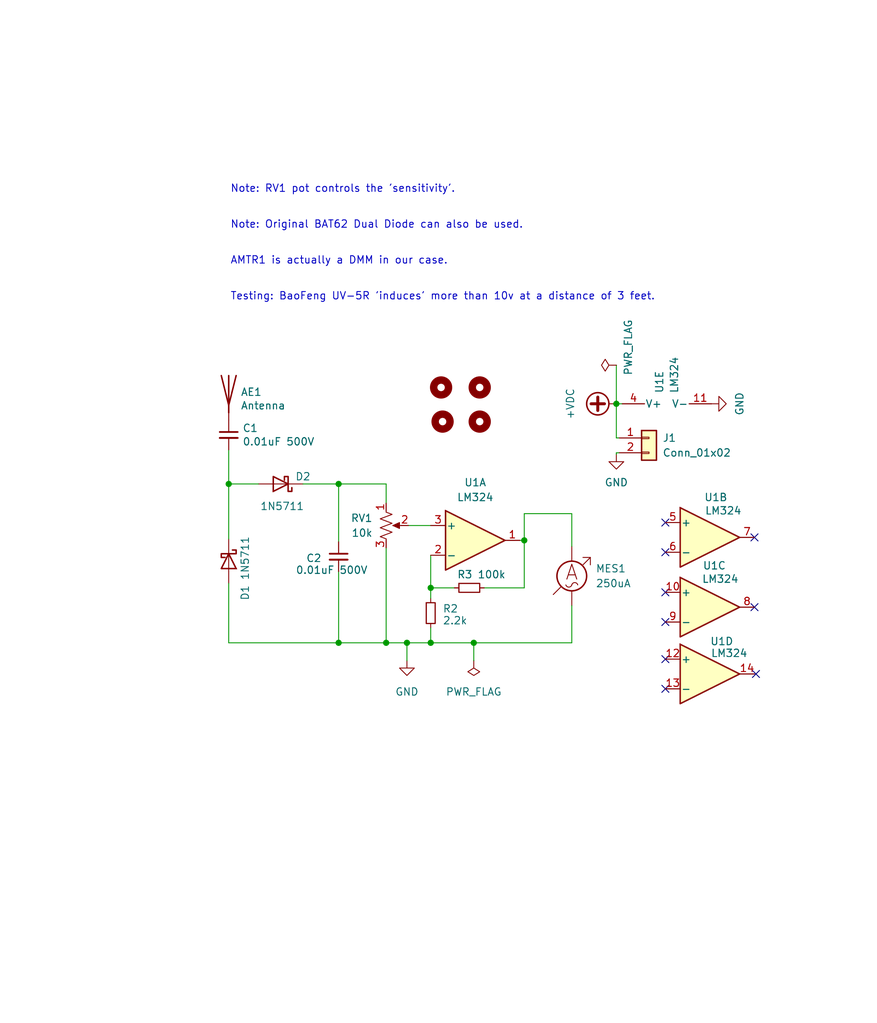
<source format=kicad_sch>
(kicad_sch (version 20211123) (generator eeschema)
  (paper "User" 150.012 175.006)
  (title_block (date "2022-01-01"))
  (lib_symbols
    (symbol "Amplifier_Operational:LM324" (pin_names (offset 0.127))
      (property "Reference" "U" (at 0 5.08 0))
      (property "Value" "LM324" (at 0 -5.08 0))
      (symbol "LM324_1_1"
        (polyline (pts (xy -5.08 5.08) (xy 5.08 0) (xy -5.08 -5.08) (xy -5.08 5.08)) (stroke (width 0.254)) (fill (type background)))
        (pin output line (at 7.62 0 180) (length 2.54) (name "~") (number "1"))
        (pin input line (at -7.62 -2.54 0) (length 2.54) (name "-") (number "2"))
        (pin input line (at -7.62 2.54 0) (length 2.54) (name "+") (number "3"))
      )
      (symbol "LM324_2_1"
        (polyline (pts (xy -5.08 5.08) (xy 5.08 0) (xy -5.08 -5.08) (xy -5.08 5.08)) (stroke (width 0.254)) (fill (type background)))
        (pin input line (at -7.62 2.54 0) (length 2.54) (name "+") (number "5"))
        (pin input line (at -7.62 -2.54 0) (length 2.54) (name "-") (number "6"))
        (pin output line (at 7.62 0 180) (length 2.54) (name "~") (number "7"))
      )
      (symbol "LM324_3_1"
        (polyline (pts (xy -5.08 5.08) (xy 5.08 0) (xy -5.08 -5.08) (xy -5.08 5.08)) (stroke (width 0.254)) (fill (type background)))
        (pin input line (at -7.62 2.54 0) (length 2.54) (name "+") (number "10"))
        (pin output line (at 7.62 0 180) (length 2.54) (name "~") (number "8"))
        (pin input line (at -7.62 -2.54 0) (length 2.54) (name "-") (number "9"))
      )
      (symbol "LM324_4_1"
        (polyline (pts (xy -5.08 5.08) (xy 5.08 0) (xy -5.08 -5.08) (xy -5.08 5.08)) (stroke (width 0.254)) (fill (type background)))
        (pin input line (at -7.62 2.54 0) (length 2.54) (name "+") (number "12"))
        (pin input line (at -7.62 -2.54 0) (length 2.54) (name "-") (number "13"))
        (pin output line (at 7.62 0 180) (length 2.54) (name "~") (number "14"))
      )
      (symbol "LM324_5_1"
        (pin power_in line (at -2.54 -7.62 90) (length 3.81) (name "V-") (number "11"))
        (pin power_in line (at -2.54 7.62 270) (length 3.81) (name "V+") (number "4"))
      )
    )
    (symbol "Connector_Generic:Conn_01x02" (pin_names (offset 1.016) hide)
      (property "Reference" "J" (at 0 2.54 0))
      (property "Value" "Conn_01x02" (at 0 -5.08 0))
      (symbol "Conn_01x02_1_1"
        (rectangle (start -1.27 -2.413) (end 0 -2.667) (stroke (width 0.1524)))
        (rectangle (start -1.27 0.127) (end 0 -0.127) (stroke (width 0.1524)))
        (rectangle (start -1.27 1.27) (end 1.27 -3.81) (stroke (width 0.254)) (fill (type background)))
        (pin passive line (at -5.08 0 0) (length 3.81) (name "Pin_1") (number "1"))
        (pin passive line (at -5.08 -2.54 0) (length 3.81) (name "Pin_2") (number "2"))
      )
    )
    (symbol "Device:Ammeter_AC" (pin_numbers hide) (pin_names (offset 0.0254) hide)
      (property "Reference" "MES" (at -3.302 1.016 0))
      (property "Value" "Ammeter_AC" (at -3.302 -0.762 0))
      (symbol "Ammeter_AC_0_0"
        (polyline (pts (xy -3.175 -3.175) (xy -1.905 -1.905)))
        (polyline (pts (xy 1.905 1.905) (xy 3.175 3.175)))
        (polyline (pts (xy 1.905 3.175) (xy 3.175 3.175) (xy 3.175 1.905)))
        (text "A" (at 0 0.635 0) (effects (font (size 2.54 2.54))))
      )
      (symbol "Ammeter_AC_0_1"
        (arc (start -1.016 -1.524) (mid -0.508 -1.902) (end 0 -1.524))
        (circle (center 0 0) (radius 2.54) (stroke (width 0.254)))
        (arc (start 1.016 -1.524) (mid 0.508 -1.1274) (end 0 -1.524))
      )
      (symbol "Ammeter_AC_1_1"
        (pin passive line (at 0 -5.08 90) (length 2.54) (name "~") (number "1"))
        (pin passive line (at 0 5.08 270) (length 2.54) (name "~") (number "2"))
      )
    )
    (symbol "Device:Antenna" (pin_numbers hide) (pin_names (offset 1.016) hide)
      (property "Reference" "AE" (at -1.905 1.905 0))
      (property "Value" "Antenna" (at -1.905 0 0))
      (symbol "Antenna_0_1"
        (polyline (pts (xy 0 2.54) (xy 0 -3.81)) (stroke (width 0.254)))
        (polyline (pts (xy 1.27 2.54) (xy 0 -2.54) (xy -1.27 2.54)) (stroke (width 0.254)))
      )
      (symbol "Antenna_1_1"
        (pin input line (at 0 -5.08 90) (length 2.54) (name "A") (number "1"))
      )
    )
    (symbol "Device:C_Small" (pin_numbers hide) (pin_names (offset 0.254) hide)
      (property "Reference" "C" (at 0.254 1.778 0))
      (property "Value" "C_Small" (at 0.254 -2.032 0))
      (symbol "C_Small_0_1"
        (polyline (pts (xy -1.524 -0.508) (xy 1.524 -0.508)) (stroke (width 0.3302)))
        (polyline (pts (xy -1.524 0.508) (xy 1.524 0.508)) (stroke (width 0.3048)))
      )
      (symbol "C_Small_1_1"
        (pin passive line (at 0 2.54 270) (length 2.032) (name "~") (number "1"))
        (pin passive line (at 0 -2.54 90) (length 2.032) (name "~") (number "2"))
      )
    )
    (symbol "Device:R_Potentiometer_US" (pin_names (offset 1.016) hide)
      (property "Reference" "RV" (at -4.445 0 90))
      (property "Value" "R_Potentiometer_US" (at -2.54 0 90))
      (symbol "R_Potentiometer_US_0_1"
        (polyline (pts (xy 0 -2.286) (xy 0 -2.54)))
        (polyline (pts (xy 0 2.54) (xy 0 2.286)))
        (polyline (pts (xy 2.54 0) (xy 1.524 0)))
        (polyline (pts (xy 1.143 0) (xy 2.286 0.508) (xy 2.286 -0.508) (xy 1.143 0)) (fill (type outline)))
        (polyline (pts (xy 0 -0.762) (xy 1.016 -1.143) (xy 0 -1.524) (xy -1.016 -1.905) (xy 0 -2.286)))
        (polyline (pts (xy 0 0.762) (xy 1.016 0.381) (xy 0 0) (xy -1.016 -0.381) (xy 0 -0.762)))
        (polyline (pts (xy 0 2.286) (xy 1.016 1.905) (xy 0 1.524) (xy -1.016 1.143) (xy 0 0.762)))
      )
      (symbol "R_Potentiometer_US_1_1"
        (pin passive line (at 0 3.81 270) (length 1.27) (name "1") (number "1"))
        (pin passive line (at 3.81 0 180) (length 1.27) (name "2") (number "2"))
        (pin passive line (at 0 -3.81 90) (length 1.27) (name "3") (number "3"))
      )
    )
    (symbol "Device:R_Small" (pin_numbers hide) (pin_names (offset 0.254) hide)
      (property "Reference" "R" (at 0.762 0.508 0))
      (property "Value" "R_Small" (at 0.762 -1.016 0))
      (symbol "R_Small_0_1"
        (rectangle (start -0.762 1.778) (end 0.762 -1.778) (stroke (width 0.2032)))
      )
      (symbol "R_Small_1_1"
        (pin passive line (at 0 2.54 270) (length 0.762) (name "~") (number "1"))
        (pin passive line (at 0 -2.54 90) (length 0.762) (name "~") (number "2"))
      )
    )
    (symbol "Diode:1N5711" (pin_numbers hide) (pin_names (offset 1.016) hide)
      (property "Reference" "D" (at 0 2.54 0))
      (property "Value" "1N5711" (at 0 -2.54 0))
      (symbol "1N5711_0_1"
        (polyline (pts (xy 1.27 0) (xy -1.27 0)))
        (polyline (pts (xy 1.27 1.27) (xy 1.27 -1.27) (xy -1.27 0) (xy 1.27 1.27)) (stroke (width 0.254)))
        (polyline (pts (xy -1.905 0.635) (xy -1.905 1.27) (xy -1.27 1.27) (xy -1.27 -1.27) (xy -0.635 -1.27) (xy -0.635 -0.635)) (stroke (width 0.254)))
      )
      (symbol "1N5711_1_1"
        (pin passive line (at -3.81 0 0) (length 2.54) (name "K") (number "1"))
        (pin passive line (at 3.81 0 180) (length 2.54) (name "A") (number "2"))
      )
    )
    (symbol "Mechanical:MountingHole" (pin_names (offset 1.016))
      (property "Reference" "H" (at 0 5.08 0))
      (property "Value" "MountingHole" (at 0 3.175 0))
      (symbol "MountingHole_0_1"
        (circle (center 0 0) (radius 1.27) (stroke (width 1.27)))
      )
    )
    (symbol "power:+VDC" (power) (pin_names (offset 0))
      (property "Value" "+VDC" (at 0 6.35 0))
      (symbol "+VDC_0_1"
        (polyline (pts (xy -1.143 3.175) (xy 1.143 3.175)) (stroke (width 0.508)))
        (polyline (pts (xy 0 0) (xy 0 1.27)))
        (polyline (pts (xy 0 2.032) (xy 0 4.318)) (stroke (width 0.508)))
        (circle (center 0 3.175) (radius 1.905) (stroke (width 0.254)))
      )
      (symbol "+VDC_1_1"
        (pin power_in line (at 0 0 90) (length 0) hide (name "+VDC") (number "1"))
      )
    )
    (symbol "power:GND" (power) (pin_names (offset 0))
      (property "Value" "GND" (at 0 -3.81 0))
      (symbol "GND_0_1"
        (polyline (pts (xy 0 0) (xy 0 -1.27) (xy 1.27 -1.27) (xy 0 -2.54) (xy -1.27 -1.27) (xy 0 -1.27)))
      )
      (symbol "GND_1_1"
        (pin power_in line (at 0 0 270) (length 0) hide (name "GND") (number "1"))
      )
    )
    (symbol "power:PWR_FLAG" (power) (pin_numbers hide) (pin_names (offset 0) hide)
      (property "Value" "PWR_FLAG" (at 0 3.81 0))
      (symbol "PWR_FLAG_0_0"
        (pin power_out line (at 0 0 90) (length 0) (name "pwr") (number "1"))
      )
      (symbol "PWR_FLAG_0_1"
        (polyline (pts (xy 0 0) (xy 0 1.27) (xy -1.016 1.905) (xy 0 2.54) (xy 1.016 1.905) (xy 0 1.27)))
      )
    )
  )
  (junction (at 105.41 69.088))
  (junction (at 57.912 109.982))
  (junction (at 57.912 82.804))
  (junction (at 81.026 109.982))
  (junction (at 73.66 109.982))
  (junction (at 69.596 109.982))
  (junction (at 89.662 92.456))
  (junction (at 66.04 109.982))
  (junction (at 73.66 100.584))
  (junction (at 39.116 82.804))
  (no_connect (at 129.286 115.316))
  (no_connect (at 113.792 106.426))
  (no_connect (at 113.792 112.776))
  (no_connect (at 113.792 117.856))
  (no_connect (at 113.792 101.346))
  (no_connect (at 129.032 103.886))
  (no_connect (at 129.032 91.948))
  (no_connect (at 113.792 89.408))
  (no_connect (at 113.792 94.488))
  (wire (pts (xy 73.66 107.442) (xy 73.66 109.982)))
  (wire (pts (xy 57.912 97.79) (xy 57.912 109.982)))
  (wire (pts (xy 105.41 77.47) (xy 105.918 77.47)))
  (wire (pts (xy 73.66 109.982) (xy 81.026 109.982)))
  (wire (pts (xy 105.41 69.088) (xy 105.41 62.484)))
  (wire (pts (xy 105.41 74.93) (xy 105.918 74.93)))
  (wire (pts (xy 57.912 82.804) (xy 57.912 92.71)))
  (wire (pts (xy 105.41 69.088) (xy 105.41 74.93)))
  (wire (pts (xy 88.9 92.456) (xy 89.662 92.456)))
  (wire (pts (xy 97.79 87.884) (xy 97.79 93.472)))
  (wire (pts (xy 105.41 69.088) (xy 106.426 69.088)))
  (wire (pts (xy 97.79 103.632) (xy 97.79 109.982)))
  (wire (pts (xy 69.596 109.982) (xy 73.66 109.982)))
  (wire (pts (xy 89.662 87.884) (xy 97.79 87.884)))
  (wire (pts (xy 73.66 94.996) (xy 73.66 100.584)))
  (wire (pts (xy 57.912 82.804) (xy 51.816 82.804)))
  (wire (pts (xy 66.04 82.804) (xy 66.04 86.106)))
  (wire (pts (xy 89.662 92.456) (xy 89.662 100.584)))
  (wire (pts (xy 105.41 77.724) (xy 105.41 77.47)))
  (wire (pts (xy 73.66 100.584) (xy 73.66 102.362)))
  (wire (pts (xy 39.116 82.804) (xy 39.116 92.202)))
  (wire (pts (xy 39.116 109.982) (xy 57.912 109.982)))
  (wire (pts (xy 39.116 82.804) (xy 44.196 82.804)))
  (wire (pts (xy 66.04 109.982) (xy 69.596 109.982)))
  (wire (pts (xy 69.596 109.982) (xy 69.596 113.03)))
  (wire (pts (xy 66.04 93.726) (xy 66.04 109.982)))
  (wire (pts (xy 39.116 99.822) (xy 39.116 109.982)))
  (wire (pts (xy 39.116 76.962) (xy 39.116 82.804)))
  (wire (pts (xy 81.026 109.982) (xy 81.026 113.03)))
  (wire (pts (xy 82.804 100.584) (xy 89.662 100.584)))
  (wire (pts (xy 89.662 87.884) (xy 89.662 92.456)))
  (wire (pts (xy 57.912 109.982) (xy 66.04 109.982)))
  (wire (pts (xy 73.66 100.584) (xy 77.724 100.584)))
  (wire (pts (xy 69.85 89.916) (xy 73.66 89.916)))
  (wire (pts (xy 57.912 82.804) (xy 66.04 82.804)))
  (wire (pts (xy 81.026 109.982) (xy 97.79 109.982)))
  (text "Note: RV1 pot controls the 'sensitivity'.\n\n\nNote: Original BAT62 Dual Diode can also be used.\n\n\nAMTR1 is actually a DMM in our case.\n\n\nTesting: BaoFeng UV-5R 'induces' more than 10v at a distance of 3 feet." (at 39.37 51.562 0) (effects (font (size 1.27 1.27)) (justify left bottom)))
  (symbol (lib_id "Diode:1N5711") (at 48.006 82.804 180) (unit 1)
    (property "Reference" "D2" (at 51.816 81.534 0))
    (property "Value" "1N5711" (at 48.26 86.614 0))
    (property "Footprint" "Diode_THT:D_DO-35_SOD27_P7.62mm_Horizontal" (effects hide))
    (property "Datasheet" "https://www.microsemi.com/document-portal/doc_download/8865-lds-0040-datasheet" (effects hide))
  )
  (symbol (lib_id "Diode:1N5711") (at 39.116 96.012 270) (unit 1)
    (property "Reference" "D1" (at 41.91 100.076 0) (effects (justify left)))
    (property "Value" "1N5711" (at 41.91 91.694 0) (effects (justify left)))
    (property "Footprint" "Diode_THT:D_DO-35_SOD27_P7.62mm_Horizontal" (effects hide))
    (property "Datasheet" "https://www.microsemi.com/document-portal/doc_download/8865-lds-0040-datasheet" (effects hide))
  )
  (symbol (lib_id "Device:C_Small") (at 57.912 95.25 0) (unit 1)
    (property "Reference" "C2" (at 52.324 95.504 0) (effects (justify left)))
    (property "Value" "0.01uF 500V" (at 50.546 97.536 0) (effects (justify left)))
    (property "Footprint" "Capacitor_THT:C_Disc_D7.5mm_W5.0mm_P7.50mm" (effects hide))
  )
  (symbol (lib_id "Device:C_Small") (at 39.116 74.422 0) (unit 1)
    (property "Reference" "C1" (at 41.4528 73.2536 0) (effects (justify left)))
    (property "Value" "0.01uF 500V" (at 41.4528 75.565 0) (effects (justify left)))
    (property "Footprint" "Capacitor_THT:C_Disc_D7.5mm_W5.0mm_P7.50mm" (effects hide))
  )
  (symbol (lib_id "Device:Antenna") (at 39.116 66.802 0) (unit 1)
    (property "Reference" "AE1" (at 41.148 67.0814 0) (effects (justify left)))
    (property "Value" "Antenna" (at 41.148 69.3928 0) (effects (justify left)))
    (property "Footprint" "Connector_PinSocket_2.54mm:PinSocket_1x01_P2.54mm_Vertical" (effects hide))
  )
  (symbol (lib_id "Device:R_Potentiometer_US") (at 66.04 89.916 0) (unit 1)
    (property "Reference" "RV1" (at 63.754 88.6459 0) (effects (justify right)))
    (property "Value" "10k" (at 63.754 91.1859 0) (effects (justify right)))
    (property "Footprint" "Potentiometer_THT:Potentiometer_Runtron_RM-065_Vertical" (effects hide))
  )
  (symbol (lib_id "Mechanical:MountingHole") (at 75.692 72.136 0) (unit 1)
    (property "Reference" "H2" (effects hide))
    (property "Value" "MountingHole" (effects hide))
    (property "Footprint" "MountingHole:MountingHole_2.2mm_M2" (effects hide))
  )
  (symbol (lib_id "Mechanical:MountingHole") (at 82.042 66.294 0) (unit 1)
    (property "Reference" "H3" (effects hide))
    (property "Value" "MountingHole" (effects hide))
    (property "Footprint" "MountingHole:MountingHole_2.2mm_M2" (effects hide))
  )
  (symbol (lib_id "power:GND") (at 69.596 113.03 0) (unit 1)
    (property "Reference" "#PWR01" (effects hide))
    (property "Value" "GND" (at 69.596 118.364 0))
  )
  (symbol (lib_id "Mechanical:MountingHole") (at 75.438 66.294 0) (unit 1)
    (property "Reference" "H1" (effects hide))
    (property "Value" "MountingHole" (effects hide))
    (property "Footprint" "MountingHole:MountingHole_2.2mm_M2" (effects hide))
  )
  (symbol (lib_id "power:GND") (at 105.41 77.724 0) (unit 1)
    (property "Reference" "#PWR0102" (effects hide))
    (property "Value" "GND" (at 105.41 82.55 0))
  )
  (symbol (lib_id "Device:R_Small") (at 80.264 100.584 90) (unit 1)
    (property "Reference" "R3" (at 79.502 98.298 90))
    (property "Value" "100k" (at 84.074 98.298 90))
    (property "Footprint" "Resistor_THT:R_Axial_DIN0207_L6.3mm_D2.5mm_P2.54mm_Vertical" (effects hide))
  )
  (symbol (lib_id "power:GND") (at 121.666 69.088 90) (unit 1)
    (property "Reference" "#PWR0101" (effects hide))
    (property "Value" "GND" (at 126.492 69.088 0))
  )
  (symbol (lib_id "Connector_Generic:Conn_01x02") (at 110.998 74.93 0) (unit 1)
    (property "Reference" "J1" (at 113.284 74.9299 0) (effects (justify left)))
    (property "Value" "Conn_01x02" (at 113.284 77.4699 0) (effects (justify left)))
    (property "Footprint" "Connector_PinSocket_2.54mm:PinSocket_1x02_P2.54mm_Vertical" (effects hide))
  )
  (symbol (lib_id "Amplifier_Operational:LM324") (at 114.046 66.548 90) (unit 5)
    (property "Reference" "U1" (at 112.7759 67.31 0) (effects (justify left)))
    (property "Value" "LM324" (at 115.3159 67.31 0) (effects (justify left)))
    (property "Footprint" "Package_DIP:DIP-14_W7.62mm" (effects hide))
    (property "Datasheet" "http://www.ti.com/lit/ds/symlink/lm2902-n.pdf" (effects hide))
  )
  (symbol (lib_id "power:+VDC") (at 105.41 69.088 90) (unit 1)
    (property "Reference" "#PWR02" (effects hide))
    (property "Value" "+VDC" (at 97.536 69.088 0))
  )
  (symbol (lib_id "Amplifier_Operational:LM324") (at 121.412 115.316 0) (unit 4)
    (property "Reference" "U1" (at 123.444 109.728 0))
    (property "Value" "LM324" (at 124.714 111.76 0))
    (property "Footprint" "Package_DIP:DIP-14_W7.62mm" (effects hide))
    (property "Datasheet" "http://www.ti.com/lit/ds/symlink/lm2902-n.pdf" (effects hide))
  )
  (symbol (lib_id "Amplifier_Operational:LM324") (at 81.28 92.456 0) (unit 1)
    (property "Reference" "U1" (at 81.28 82.55 0))
    (property "Value" "LM324" (at 81.28 85.09 0))
    (property "Footprint" "Package_DIP:DIP-14_W7.62mm" (effects hide))
    (property "Datasheet" "http://www.ti.com/lit/ds/symlink/lm2902-n.pdf" (effects hide))
  )
  (symbol (lib_id "power:PWR_FLAG") (at 81.026 113.03 180) (unit 1)
    (property "Reference" "#FLG0102" (effects hide))
    (property "Value" "PWR_FLAG" (at 81.026 118.364 0))
  )
  (symbol (lib_id "power:PWR_FLAG") (at 105.41 62.484 90) (unit 1)
    (property "Reference" "#FLG0101" (effects hide))
    (property "Value" "PWR_FLAG" (at 107.442 59.436 0))
  )
  (symbol (lib_id "Amplifier_Operational:LM324") (at 121.412 103.886 0) (unit 3)
    (property "Reference" "U1" (at 122.174 96.774 0))
    (property "Value" "LM324" (at 123.19 99.06 0))
    (property "Footprint" "Package_DIP:DIP-14_W7.62mm" (effects hide))
    (property "Datasheet" "http://www.ti.com/lit/ds/symlink/lm2902-n.pdf" (effects hide))
  )
  (symbol (lib_id "Device:Ammeter_AC") (at 97.79 98.552 0) (unit 1)
    (property "Reference" "MES1" (at 101.854 97.2819 0) (effects (justify left)))
    (property "Value" "250uA" (at 101.854 99.8219 0) (effects (justify left)))
    (property "Footprint" "Connector_PinSocket_2.54mm:PinSocket_1x02_P2.54mm_Vertical" (effects hide))
  )
  (symbol (lib_id "Amplifier_Operational:LM324") (at 121.412 91.948 0) (unit 2)
    (property "Reference" "U1" (at 122.428 85.09 0))
    (property "Value" "LM324" (at 123.698 87.376 0))
    (property "Footprint" "Package_DIP:DIP-14_W7.62mm" (effects hide))
    (property "Datasheet" "http://www.ti.com/lit/ds/symlink/lm2902-n.pdf" (effects hide))
  )
  (symbol (lib_id "Mechanical:MountingHole") (at 82.042 72.136 0) (unit 1)
    (property "Reference" "H4" (effects hide))
    (property "Value" "MountingHole" (effects hide))
    (property "Footprint" "MountingHole:MountingHole_2.2mm_M2" (effects hide))
  )
  (symbol (lib_id "Device:R_Small") (at 73.66 104.902 0) (unit 1)
    (property "Reference" "R2" (at 75.692 104.1399 0) (effects (justify left)))
    (property "Value" "2.2k" (at 75.692 106.1719 0) (effects (justify left)))
    (property "Footprint" "Resistor_THT:R_Axial_DIN0207_L6.3mm_D2.5mm_P2.54mm_Vertical" (effects hide))
  )
)
</source>
